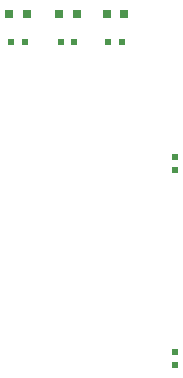
<source format=gbr>
G04 EAGLE Gerber RS-274X export*
G75*
%MOMM*%
%FSLAX34Y34*%
%LPD*%
%INSolderpaste Top*%
%IPPOS*%
%AMOC8*
5,1,8,0,0,1.08239X$1,22.5*%
G01*
G04 Define Apertures*
%ADD10R,0.800000X0.800000*%
%ADD11R,0.609600X0.508000*%
%ADD12R,0.508000X0.609600*%
D10*
X1137800Y838200D03*
X1122800Y838200D03*
X1220350Y838200D03*
X1205350Y838200D03*
X1180028Y838200D03*
X1165028Y838200D03*
D11*
X1124712Y814260D03*
X1135888Y814260D03*
X1206881Y814222D03*
X1218057Y814222D03*
X1166725Y814640D03*
X1177901Y814640D03*
D12*
X1263650Y551688D03*
X1263650Y540512D03*
X1263650Y716788D03*
X1263650Y705612D03*
M02*

</source>
